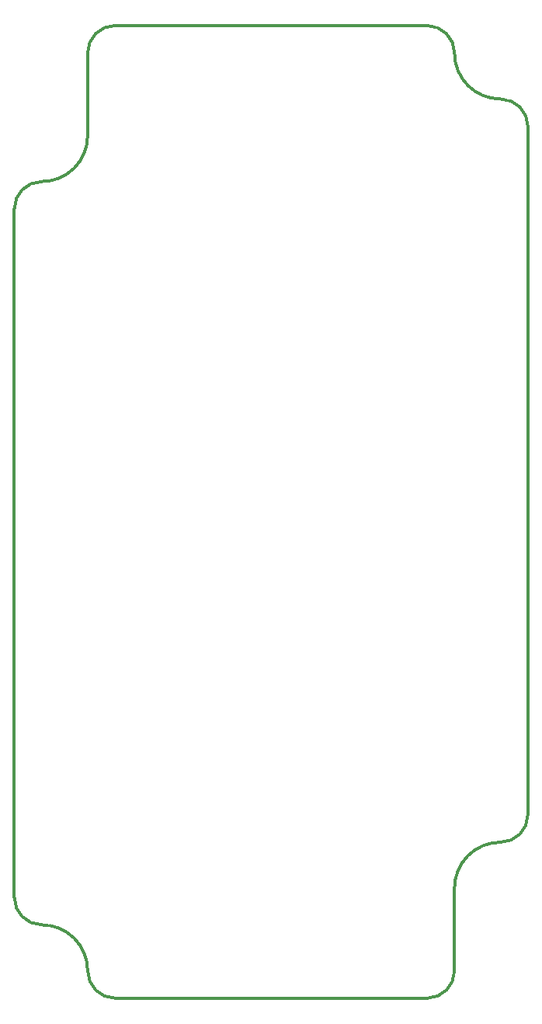
<source format=gbr>
G04 Layer_Color=16711935*
%FSLAX26Y26*%
%MOIN*%
%TF.FileFunction,Keep-out,Top*%
%TF.Part,Single*%
G01*
G75*
%TA.AperFunction,NonConductor*%
%ADD10C,0.011811*%
D10*
X4634764Y4159291D02*
G03*
X4831614Y3962441I196850J0D01*
G01*
X2863110Y3608110D02*
G03*
X2745000Y3490000I0J-118110D01*
G01*
X3178071Y4277401D02*
G03*
X3059961Y4159291I0J-118110D01*
G01*
X2863110Y3608110D02*
G03*
X3059961Y3804961I0J196851D01*
G01*
X4634764Y4159291D02*
G03*
X4516654Y4277401I-118110J0D01*
G01*
X4949724Y3844331D02*
G03*
X4831614Y3962441I-118110J0D01*
G01*
X2745000Y537244D02*
G03*
X2863110Y419134I118110J0D01*
G01*
X4831614Y773465D02*
G03*
X4949724Y891575I0J118110D01*
G01*
X4831614Y773465D02*
G03*
X4634764Y576614I0J-196850D01*
G01*
X3059961Y222283D02*
G03*
X2863110Y419134I-196851J0D01*
G01*
X3059961Y222283D02*
G03*
X3178071Y104173I118110J0D01*
G01*
X4516654D02*
G03*
X4634764Y222283I0J118110D01*
G01*
X3059961Y4159291D02*
X3059961Y3804961D01*
X3178071Y104173D02*
X4516654D01*
X4634764Y222283D02*
Y576614D01*
X4949724Y891575D02*
Y3844331D01*
X3178071Y4277401D02*
X4516654D01*
X2745000Y537244D02*
Y3490000D01*
%TF.MD5,133C9A41E73B4AB9233C297A8B5E7BFE*%
M02*

</source>
